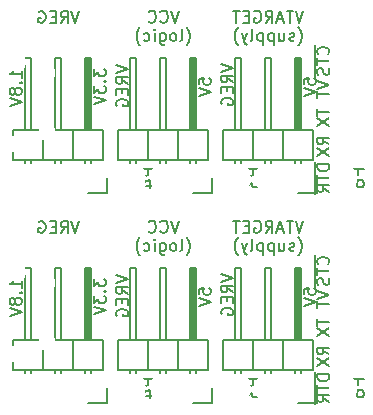
<source format=gbo>
G04 #@! TF.FileFunction,Legend,Bot*
%FSLAX46Y46*%
G04 Gerber Fmt 4.6, Leading zero omitted, Abs format (unit mm)*
G04 Created by KiCad (PCBNEW 4.0.0-stable) date Monday, June 13, 2016 'PMt' 12:16:50 PM*
%MOMM*%
G01*
G04 APERTURE LIST*
%ADD10C,0.100000*%
%ADD11C,0.150000*%
%ADD12R,2.432000X2.127200*%
%ADD13O,2.432000X2.127200*%
%ADD14R,2.127200X2.432000*%
%ADD15O,2.127200X2.432000*%
%ADD16O,1.350000X1.650000*%
%ADD17O,1.950000X1.400000*%
G04 APERTURE END LIST*
D10*
D11*
X15303333Y33834619D02*
X14970000Y32834619D01*
X14636666Y33834619D01*
X13731904Y32929857D02*
X13779523Y32882238D01*
X13922380Y32834619D01*
X14017618Y32834619D01*
X14160476Y32882238D01*
X14255714Y32977476D01*
X14303333Y33072714D01*
X14350952Y33263190D01*
X14350952Y33406048D01*
X14303333Y33596524D01*
X14255714Y33691762D01*
X14160476Y33787000D01*
X14017618Y33834619D01*
X13922380Y33834619D01*
X13779523Y33787000D01*
X13731904Y33739381D01*
X12731904Y32929857D02*
X12779523Y32882238D01*
X12922380Y32834619D01*
X13017618Y32834619D01*
X13160476Y32882238D01*
X13255714Y32977476D01*
X13303333Y33072714D01*
X13350952Y33263190D01*
X13350952Y33406048D01*
X13303333Y33596524D01*
X13255714Y33691762D01*
X13160476Y33787000D01*
X13017618Y33834619D01*
X12922380Y33834619D01*
X12779523Y33787000D01*
X12731904Y33739381D01*
X15946190Y30903667D02*
X15993810Y30951286D01*
X16089048Y31094143D01*
X16136667Y31189381D01*
X16184286Y31332238D01*
X16231905Y31570333D01*
X16231905Y31760810D01*
X16184286Y31998905D01*
X16136667Y32141762D01*
X16089048Y32237000D01*
X15993810Y32379857D01*
X15946190Y32427476D01*
X15422381Y31284619D02*
X15517619Y31332238D01*
X15565238Y31427476D01*
X15565238Y32284619D01*
X14898571Y31284619D02*
X14993809Y31332238D01*
X15041428Y31379857D01*
X15089047Y31475095D01*
X15089047Y31760810D01*
X15041428Y31856048D01*
X14993809Y31903667D01*
X14898571Y31951286D01*
X14755713Y31951286D01*
X14660475Y31903667D01*
X14612856Y31856048D01*
X14565237Y31760810D01*
X14565237Y31475095D01*
X14612856Y31379857D01*
X14660475Y31332238D01*
X14755713Y31284619D01*
X14898571Y31284619D01*
X13708094Y31951286D02*
X13708094Y31141762D01*
X13755713Y31046524D01*
X13803332Y30998905D01*
X13898571Y30951286D01*
X14041428Y30951286D01*
X14136666Y30998905D01*
X13708094Y31332238D02*
X13803332Y31284619D01*
X13993809Y31284619D01*
X14089047Y31332238D01*
X14136666Y31379857D01*
X14184285Y31475095D01*
X14184285Y31760810D01*
X14136666Y31856048D01*
X14089047Y31903667D01*
X13993809Y31951286D01*
X13803332Y31951286D01*
X13708094Y31903667D01*
X13231904Y31284619D02*
X13231904Y31951286D01*
X13231904Y32284619D02*
X13279523Y32237000D01*
X13231904Y32189381D01*
X13184285Y32237000D01*
X13231904Y32284619D01*
X13231904Y32189381D01*
X12327142Y31332238D02*
X12422380Y31284619D01*
X12612857Y31284619D01*
X12708095Y31332238D01*
X12755714Y31379857D01*
X12803333Y31475095D01*
X12803333Y31760810D01*
X12755714Y31856048D01*
X12708095Y31903667D01*
X12612857Y31951286D01*
X12422380Y31951286D01*
X12327142Y31903667D01*
X11993809Y30903667D02*
X11946190Y30951286D01*
X11850952Y31094143D01*
X11803333Y31189381D01*
X11755714Y31332238D01*
X11708095Y31570333D01*
X11708095Y31760810D01*
X11755714Y31998905D01*
X11803333Y32141762D01*
X11850952Y32237000D01*
X11946190Y32379857D01*
X11993809Y32427476D01*
X6865714Y33821619D02*
X6532381Y32821619D01*
X6199047Y33821619D01*
X5294285Y32821619D02*
X5627619Y33297810D01*
X5865714Y32821619D02*
X5865714Y33821619D01*
X5484761Y33821619D01*
X5389523Y33774000D01*
X5341904Y33726381D01*
X5294285Y33631143D01*
X5294285Y33488286D01*
X5341904Y33393048D01*
X5389523Y33345429D01*
X5484761Y33297810D01*
X5865714Y33297810D01*
X4865714Y33345429D02*
X4532380Y33345429D01*
X4389523Y32821619D02*
X4865714Y32821619D01*
X4865714Y33821619D01*
X4389523Y33821619D01*
X3437142Y33774000D02*
X3532380Y33821619D01*
X3675237Y33821619D01*
X3818095Y33774000D01*
X3913333Y33678762D01*
X3960952Y33583524D01*
X4008571Y33393048D01*
X4008571Y33250190D01*
X3960952Y33059714D01*
X3913333Y32964476D01*
X3818095Y32869238D01*
X3675237Y32821619D01*
X3579999Y32821619D01*
X3437142Y32869238D01*
X3389523Y32916857D01*
X3389523Y33250190D01*
X3579999Y33250190D01*
X9993381Y29217714D02*
X10993381Y28884381D01*
X9993381Y28551047D01*
X10993381Y27646285D02*
X10517190Y27979619D01*
X10993381Y28217714D02*
X9993381Y28217714D01*
X9993381Y27836761D01*
X10041000Y27741523D01*
X10088619Y27693904D01*
X10183857Y27646285D01*
X10326714Y27646285D01*
X10421952Y27693904D01*
X10469571Y27741523D01*
X10517190Y27836761D01*
X10517190Y28217714D01*
X10469571Y27217714D02*
X10469571Y26884380D01*
X10993381Y26741523D02*
X10993381Y27217714D01*
X9993381Y27217714D01*
X9993381Y26741523D01*
X10041000Y25789142D02*
X9993381Y25884380D01*
X9993381Y26027237D01*
X10041000Y26170095D01*
X10136238Y26265333D01*
X10231476Y26312952D01*
X10421952Y26360571D01*
X10564810Y26360571D01*
X10755286Y26312952D01*
X10850524Y26265333D01*
X10945762Y26170095D01*
X10993381Y26027237D01*
X10993381Y25931999D01*
X10945762Y25789142D01*
X10898143Y25741523D01*
X10564810Y25741523D01*
X10564810Y25931999D01*
X8088381Y28908190D02*
X8088381Y28289142D01*
X8469333Y28622476D01*
X8469333Y28479618D01*
X8516952Y28384380D01*
X8564571Y28336761D01*
X8659810Y28289142D01*
X8897905Y28289142D01*
X8993143Y28336761D01*
X9040762Y28384380D01*
X9088381Y28479618D01*
X9088381Y28765333D01*
X9040762Y28860571D01*
X8993143Y28908190D01*
X8993143Y27860571D02*
X9040762Y27812952D01*
X9088381Y27860571D01*
X9040762Y27908190D01*
X8993143Y27860571D01*
X9088381Y27860571D01*
X8088381Y27479619D02*
X8088381Y26860571D01*
X8469333Y27193905D01*
X8469333Y27051047D01*
X8516952Y26955809D01*
X8564571Y26908190D01*
X8659810Y26860571D01*
X8897905Y26860571D01*
X8993143Y26908190D01*
X9040762Y26955809D01*
X9088381Y27051047D01*
X9088381Y27336762D01*
X9040762Y27432000D01*
X8993143Y27479619D01*
X8088381Y26574857D02*
X9088381Y26241524D01*
X8088381Y25908190D01*
X1976381Y28162142D02*
X1976381Y28733571D01*
X1976381Y28447857D02*
X976381Y28447857D01*
X1119238Y28543095D01*
X1214476Y28638333D01*
X1262095Y28733571D01*
X1881143Y27733571D02*
X1928762Y27685952D01*
X1976381Y27733571D01*
X1928762Y27781190D01*
X1881143Y27733571D01*
X1976381Y27733571D01*
X1404952Y27114524D02*
X1357333Y27209762D01*
X1309714Y27257381D01*
X1214476Y27305000D01*
X1166857Y27305000D01*
X1071619Y27257381D01*
X1024000Y27209762D01*
X976381Y27114524D01*
X976381Y26924047D01*
X1024000Y26828809D01*
X1071619Y26781190D01*
X1166857Y26733571D01*
X1214476Y26733571D01*
X1309714Y26781190D01*
X1357333Y26828809D01*
X1404952Y26924047D01*
X1404952Y27114524D01*
X1452571Y27209762D01*
X1500190Y27257381D01*
X1595429Y27305000D01*
X1785905Y27305000D01*
X1881143Y27257381D01*
X1928762Y27209762D01*
X1976381Y27114524D01*
X1976381Y26924047D01*
X1928762Y26828809D01*
X1881143Y26781190D01*
X1785905Y26733571D01*
X1595429Y26733571D01*
X1500190Y26781190D01*
X1452571Y26828809D01*
X1404952Y26924047D01*
X976381Y26447857D02*
X1976381Y26114524D01*
X976381Y25781190D01*
X18883381Y29344714D02*
X19883381Y29011381D01*
X18883381Y28678047D01*
X19883381Y27773285D02*
X19407190Y28106619D01*
X19883381Y28344714D02*
X18883381Y28344714D01*
X18883381Y27963761D01*
X18931000Y27868523D01*
X18978619Y27820904D01*
X19073857Y27773285D01*
X19216714Y27773285D01*
X19311952Y27820904D01*
X19359571Y27868523D01*
X19407190Y27963761D01*
X19407190Y28344714D01*
X19359571Y27344714D02*
X19359571Y27011380D01*
X19883381Y26868523D02*
X19883381Y27344714D01*
X18883381Y27344714D01*
X18883381Y26868523D01*
X18931000Y25916142D02*
X18883381Y26011380D01*
X18883381Y26154237D01*
X18931000Y26297095D01*
X19026238Y26392333D01*
X19121476Y26439952D01*
X19311952Y26487571D01*
X19454810Y26487571D01*
X19645286Y26439952D01*
X19740524Y26392333D01*
X19835762Y26297095D01*
X19883381Y26154237D01*
X19883381Y26058999D01*
X19835762Y25916142D01*
X19788143Y25868523D01*
X19454810Y25868523D01*
X19454810Y26058999D01*
X16978381Y27622476D02*
X16978381Y28098667D01*
X17454571Y28146286D01*
X17406952Y28098667D01*
X17359333Y28003429D01*
X17359333Y27765333D01*
X17406952Y27670095D01*
X17454571Y27622476D01*
X17549810Y27574857D01*
X17787905Y27574857D01*
X17883143Y27622476D01*
X17930762Y27670095D01*
X17978381Y27765333D01*
X17978381Y28003429D01*
X17930762Y28098667D01*
X17883143Y28146286D01*
X16978381Y27289143D02*
X17978381Y26955810D01*
X16978381Y26622476D01*
X25836191Y33834619D02*
X25502858Y32834619D01*
X25169524Y33834619D01*
X24979048Y33834619D02*
X24407619Y33834619D01*
X24693334Y32834619D02*
X24693334Y33834619D01*
X24121905Y33120333D02*
X23645714Y33120333D01*
X24217143Y32834619D02*
X23883810Y33834619D01*
X23550476Y32834619D01*
X22645714Y32834619D02*
X22979048Y33310810D01*
X23217143Y32834619D02*
X23217143Y33834619D01*
X22836190Y33834619D01*
X22740952Y33787000D01*
X22693333Y33739381D01*
X22645714Y33644143D01*
X22645714Y33501286D01*
X22693333Y33406048D01*
X22740952Y33358429D01*
X22836190Y33310810D01*
X23217143Y33310810D01*
X21693333Y33787000D02*
X21788571Y33834619D01*
X21931428Y33834619D01*
X22074286Y33787000D01*
X22169524Y33691762D01*
X22217143Y33596524D01*
X22264762Y33406048D01*
X22264762Y33263190D01*
X22217143Y33072714D01*
X22169524Y32977476D01*
X22074286Y32882238D01*
X21931428Y32834619D01*
X21836190Y32834619D01*
X21693333Y32882238D01*
X21645714Y32929857D01*
X21645714Y33263190D01*
X21836190Y33263190D01*
X21217143Y33358429D02*
X20883809Y33358429D01*
X20740952Y32834619D02*
X21217143Y32834619D01*
X21217143Y33834619D01*
X20740952Y33834619D01*
X20455238Y33834619D02*
X19883809Y33834619D01*
X20169524Y32834619D02*
X20169524Y33834619D01*
X25407619Y30903667D02*
X25455239Y30951286D01*
X25550477Y31094143D01*
X25598096Y31189381D01*
X25645715Y31332238D01*
X25693334Y31570333D01*
X25693334Y31760810D01*
X25645715Y31998905D01*
X25598096Y32141762D01*
X25550477Y32237000D01*
X25455239Y32379857D01*
X25407619Y32427476D01*
X25074286Y31332238D02*
X24979048Y31284619D01*
X24788572Y31284619D01*
X24693333Y31332238D01*
X24645714Y31427476D01*
X24645714Y31475095D01*
X24693333Y31570333D01*
X24788572Y31617952D01*
X24931429Y31617952D01*
X25026667Y31665571D01*
X25074286Y31760810D01*
X25074286Y31808429D01*
X25026667Y31903667D01*
X24931429Y31951286D01*
X24788572Y31951286D01*
X24693333Y31903667D01*
X23788571Y31951286D02*
X23788571Y31284619D01*
X24217143Y31951286D02*
X24217143Y31427476D01*
X24169524Y31332238D01*
X24074286Y31284619D01*
X23931428Y31284619D01*
X23836190Y31332238D01*
X23788571Y31379857D01*
X23312381Y31951286D02*
X23312381Y30951286D01*
X23312381Y31903667D02*
X23217143Y31951286D01*
X23026666Y31951286D01*
X22931428Y31903667D01*
X22883809Y31856048D01*
X22836190Y31760810D01*
X22836190Y31475095D01*
X22883809Y31379857D01*
X22931428Y31332238D01*
X23026666Y31284619D01*
X23217143Y31284619D01*
X23312381Y31332238D01*
X22407619Y31951286D02*
X22407619Y30951286D01*
X22407619Y31903667D02*
X22312381Y31951286D01*
X22121904Y31951286D01*
X22026666Y31903667D01*
X21979047Y31856048D01*
X21931428Y31760810D01*
X21931428Y31475095D01*
X21979047Y31379857D01*
X22026666Y31332238D01*
X22121904Y31284619D01*
X22312381Y31284619D01*
X22407619Y31332238D01*
X21360000Y31284619D02*
X21455238Y31332238D01*
X21502857Y31427476D01*
X21502857Y32284619D01*
X21074285Y31951286D02*
X20836190Y31284619D01*
X20598094Y31951286D02*
X20836190Y31284619D01*
X20931428Y31046524D01*
X20979047Y30998905D01*
X21074285Y30951286D01*
X20312380Y30903667D02*
X20264761Y30951286D01*
X20169523Y31094143D01*
X20121904Y31189381D01*
X20074285Y31332238D01*
X20026666Y31570333D01*
X20026666Y31760810D01*
X20074285Y31998905D01*
X20121904Y32141762D01*
X20169523Y32237000D01*
X20264761Y32379857D01*
X20312380Y32427476D01*
X28011381Y20827857D02*
X27011381Y20827857D01*
X27011381Y20589762D01*
X27059000Y20446904D01*
X27154238Y20351666D01*
X27249476Y20304047D01*
X27439952Y20256428D01*
X27582810Y20256428D01*
X27773286Y20304047D01*
X27868524Y20351666D01*
X27963762Y20446904D01*
X28011381Y20589762D01*
X28011381Y20827857D01*
X27011381Y19970714D02*
X27011381Y19399285D01*
X28011381Y19685000D02*
X27011381Y19685000D01*
X28011381Y18494523D02*
X27535190Y18827857D01*
X28011381Y19065952D02*
X27011381Y19065952D01*
X27011381Y18684999D01*
X27059000Y18589761D01*
X27106619Y18542142D01*
X27201857Y18494523D01*
X27344714Y18494523D01*
X27439952Y18542142D01*
X27487571Y18589761D01*
X27535190Y18684999D01*
X27535190Y19065952D01*
X26839000Y21065952D02*
X26839000Y18304047D01*
X27011381Y27892286D02*
X28011381Y27558953D01*
X27011381Y27225619D01*
X27011381Y27035143D02*
X27011381Y26463714D01*
X28011381Y26749429D02*
X27011381Y26749429D01*
X27916143Y30138619D02*
X27963762Y30186238D01*
X28011381Y30329095D01*
X28011381Y30424333D01*
X27963762Y30567191D01*
X27868524Y30662429D01*
X27773286Y30710048D01*
X27582810Y30757667D01*
X27439952Y30757667D01*
X27249476Y30710048D01*
X27154238Y30662429D01*
X27059000Y30567191D01*
X27011381Y30424333D01*
X27011381Y30329095D01*
X27059000Y30186238D01*
X27106619Y30138619D01*
X27011381Y29852905D02*
X27011381Y29281476D01*
X28011381Y29567191D02*
X27011381Y29567191D01*
X27963762Y28995762D02*
X28011381Y28852905D01*
X28011381Y28614809D01*
X27963762Y28519571D01*
X27916143Y28471952D01*
X27820905Y28424333D01*
X27725667Y28424333D01*
X27630429Y28471952D01*
X27582810Y28519571D01*
X27535190Y28614809D01*
X27487571Y28805286D01*
X27439952Y28900524D01*
X27392333Y28948143D01*
X27297095Y28995762D01*
X27201857Y28995762D01*
X27106619Y28948143D01*
X27059000Y28900524D01*
X27011381Y28805286D01*
X27011381Y28567190D01*
X27059000Y28424333D01*
X26839000Y30948143D02*
X26839000Y28233857D01*
X25868381Y27622476D02*
X25868381Y28098667D01*
X26344571Y28146286D01*
X26296952Y28098667D01*
X26249333Y28003429D01*
X26249333Y27765333D01*
X26296952Y27670095D01*
X26344571Y27622476D01*
X26439810Y27574857D01*
X26677905Y27574857D01*
X26773143Y27622476D01*
X26820762Y27670095D01*
X26868381Y27765333D01*
X26868381Y28003429D01*
X26820762Y28098667D01*
X26773143Y28146286D01*
X25868381Y27289143D02*
X26868381Y26955810D01*
X25868381Y26622476D01*
X27011381Y25526905D02*
X27011381Y24955476D01*
X28011381Y25241191D02*
X27011381Y25241191D01*
X27011381Y24717381D02*
X28011381Y24050714D01*
X27011381Y24050714D02*
X28011381Y24717381D01*
X28011381Y22518666D02*
X27535190Y22852000D01*
X28011381Y23090095D02*
X27011381Y23090095D01*
X27011381Y22709142D01*
X27059000Y22613904D01*
X27106619Y22566285D01*
X27201857Y22518666D01*
X27344714Y22518666D01*
X27439952Y22566285D01*
X27487571Y22613904D01*
X27535190Y22709142D01*
X27535190Y23090095D01*
X27011381Y22185333D02*
X28011381Y21518666D01*
X27011381Y21518666D02*
X28011381Y22185333D01*
X27916143Y12358619D02*
X27963762Y12406238D01*
X28011381Y12549095D01*
X28011381Y12644333D01*
X27963762Y12787191D01*
X27868524Y12882429D01*
X27773286Y12930048D01*
X27582810Y12977667D01*
X27439952Y12977667D01*
X27249476Y12930048D01*
X27154238Y12882429D01*
X27059000Y12787191D01*
X27011381Y12644333D01*
X27011381Y12549095D01*
X27059000Y12406238D01*
X27106619Y12358619D01*
X27011381Y12072905D02*
X27011381Y11501476D01*
X28011381Y11787191D02*
X27011381Y11787191D01*
X27963762Y11215762D02*
X28011381Y11072905D01*
X28011381Y10834809D01*
X27963762Y10739571D01*
X27916143Y10691952D01*
X27820905Y10644333D01*
X27725667Y10644333D01*
X27630429Y10691952D01*
X27582810Y10739571D01*
X27535190Y10834809D01*
X27487571Y11025286D01*
X27439952Y11120524D01*
X27392333Y11168143D01*
X27297095Y11215762D01*
X27201857Y11215762D01*
X27106619Y11168143D01*
X27059000Y11120524D01*
X27011381Y11025286D01*
X27011381Y10787190D01*
X27059000Y10644333D01*
X26839000Y13168143D02*
X26839000Y10453857D01*
X27011381Y10112286D02*
X28011381Y9778953D01*
X27011381Y9445619D01*
X27011381Y9255143D02*
X27011381Y8683714D01*
X28011381Y8969429D02*
X27011381Y8969429D01*
X27011381Y7746905D02*
X27011381Y7175476D01*
X28011381Y7461191D02*
X27011381Y7461191D01*
X27011381Y6937381D02*
X28011381Y6270714D01*
X27011381Y6270714D02*
X28011381Y6937381D01*
X28011381Y4738666D02*
X27535190Y5072000D01*
X28011381Y5310095D02*
X27011381Y5310095D01*
X27011381Y4929142D01*
X27059000Y4833904D01*
X27106619Y4786285D01*
X27201857Y4738666D01*
X27344714Y4738666D01*
X27439952Y4786285D01*
X27487571Y4833904D01*
X27535190Y4929142D01*
X27535190Y5310095D01*
X27011381Y4405333D02*
X28011381Y3738666D01*
X27011381Y3738666D02*
X28011381Y4405333D01*
X28011381Y3047857D02*
X27011381Y3047857D01*
X27011381Y2809762D01*
X27059000Y2666904D01*
X27154238Y2571666D01*
X27249476Y2524047D01*
X27439952Y2476428D01*
X27582810Y2476428D01*
X27773286Y2524047D01*
X27868524Y2571666D01*
X27963762Y2666904D01*
X28011381Y2809762D01*
X28011381Y3047857D01*
X27011381Y2190714D02*
X27011381Y1619285D01*
X28011381Y1905000D02*
X27011381Y1905000D01*
X28011381Y714523D02*
X27535190Y1047857D01*
X28011381Y1285952D02*
X27011381Y1285952D01*
X27011381Y904999D01*
X27059000Y809761D01*
X27106619Y762142D01*
X27201857Y714523D01*
X27344714Y714523D01*
X27439952Y762142D01*
X27487571Y809761D01*
X27535190Y904999D01*
X27535190Y1285952D01*
X26839000Y3285952D02*
X26839000Y524047D01*
X25868381Y9842476D02*
X25868381Y10318667D01*
X26344571Y10366286D01*
X26296952Y10318667D01*
X26249333Y10223429D01*
X26249333Y9985333D01*
X26296952Y9890095D01*
X26344571Y9842476D01*
X26439810Y9794857D01*
X26677905Y9794857D01*
X26773143Y9842476D01*
X26820762Y9890095D01*
X26868381Y9985333D01*
X26868381Y10223429D01*
X26820762Y10318667D01*
X26773143Y10366286D01*
X25868381Y9509143D02*
X26868381Y9175810D01*
X25868381Y8842476D01*
X18883381Y11564714D02*
X19883381Y11231381D01*
X18883381Y10898047D01*
X19883381Y9993285D02*
X19407190Y10326619D01*
X19883381Y10564714D02*
X18883381Y10564714D01*
X18883381Y10183761D01*
X18931000Y10088523D01*
X18978619Y10040904D01*
X19073857Y9993285D01*
X19216714Y9993285D01*
X19311952Y10040904D01*
X19359571Y10088523D01*
X19407190Y10183761D01*
X19407190Y10564714D01*
X19359571Y9564714D02*
X19359571Y9231380D01*
X19883381Y9088523D02*
X19883381Y9564714D01*
X18883381Y9564714D01*
X18883381Y9088523D01*
X18931000Y8136142D02*
X18883381Y8231380D01*
X18883381Y8374237D01*
X18931000Y8517095D01*
X19026238Y8612333D01*
X19121476Y8659952D01*
X19311952Y8707571D01*
X19454810Y8707571D01*
X19645286Y8659952D01*
X19740524Y8612333D01*
X19835762Y8517095D01*
X19883381Y8374237D01*
X19883381Y8278999D01*
X19835762Y8136142D01*
X19788143Y8088523D01*
X19454810Y8088523D01*
X19454810Y8278999D01*
X16978381Y9842476D02*
X16978381Y10318667D01*
X17454571Y10366286D01*
X17406952Y10318667D01*
X17359333Y10223429D01*
X17359333Y9985333D01*
X17406952Y9890095D01*
X17454571Y9842476D01*
X17549810Y9794857D01*
X17787905Y9794857D01*
X17883143Y9842476D01*
X17930762Y9890095D01*
X17978381Y9985333D01*
X17978381Y10223429D01*
X17930762Y10318667D01*
X17883143Y10366286D01*
X16978381Y9509143D02*
X17978381Y9175810D01*
X16978381Y8842476D01*
X9993381Y11437714D02*
X10993381Y11104381D01*
X9993381Y10771047D01*
X10993381Y9866285D02*
X10517190Y10199619D01*
X10993381Y10437714D02*
X9993381Y10437714D01*
X9993381Y10056761D01*
X10041000Y9961523D01*
X10088619Y9913904D01*
X10183857Y9866285D01*
X10326714Y9866285D01*
X10421952Y9913904D01*
X10469571Y9961523D01*
X10517190Y10056761D01*
X10517190Y10437714D01*
X10469571Y9437714D02*
X10469571Y9104380D01*
X10993381Y8961523D02*
X10993381Y9437714D01*
X9993381Y9437714D01*
X9993381Y8961523D01*
X10041000Y8009142D02*
X9993381Y8104380D01*
X9993381Y8247237D01*
X10041000Y8390095D01*
X10136238Y8485333D01*
X10231476Y8532952D01*
X10421952Y8580571D01*
X10564810Y8580571D01*
X10755286Y8532952D01*
X10850524Y8485333D01*
X10945762Y8390095D01*
X10993381Y8247237D01*
X10993381Y8151999D01*
X10945762Y8009142D01*
X10898143Y7961523D01*
X10564810Y7961523D01*
X10564810Y8151999D01*
X8088381Y11128190D02*
X8088381Y10509142D01*
X8469333Y10842476D01*
X8469333Y10699618D01*
X8516952Y10604380D01*
X8564571Y10556761D01*
X8659810Y10509142D01*
X8897905Y10509142D01*
X8993143Y10556761D01*
X9040762Y10604380D01*
X9088381Y10699618D01*
X9088381Y10985333D01*
X9040762Y11080571D01*
X8993143Y11128190D01*
X8993143Y10080571D02*
X9040762Y10032952D01*
X9088381Y10080571D01*
X9040762Y10128190D01*
X8993143Y10080571D01*
X9088381Y10080571D01*
X8088381Y9699619D02*
X8088381Y9080571D01*
X8469333Y9413905D01*
X8469333Y9271047D01*
X8516952Y9175809D01*
X8564571Y9128190D01*
X8659810Y9080571D01*
X8897905Y9080571D01*
X8993143Y9128190D01*
X9040762Y9175809D01*
X9088381Y9271047D01*
X9088381Y9556762D01*
X9040762Y9652000D01*
X8993143Y9699619D01*
X8088381Y8794857D02*
X9088381Y8461524D01*
X8088381Y8128190D01*
X1976381Y10382142D02*
X1976381Y10953571D01*
X1976381Y10667857D02*
X976381Y10667857D01*
X1119238Y10763095D01*
X1214476Y10858333D01*
X1262095Y10953571D01*
X1881143Y9953571D02*
X1928762Y9905952D01*
X1976381Y9953571D01*
X1928762Y10001190D01*
X1881143Y9953571D01*
X1976381Y9953571D01*
X1404952Y9334524D02*
X1357333Y9429762D01*
X1309714Y9477381D01*
X1214476Y9525000D01*
X1166857Y9525000D01*
X1071619Y9477381D01*
X1024000Y9429762D01*
X976381Y9334524D01*
X976381Y9144047D01*
X1024000Y9048809D01*
X1071619Y9001190D01*
X1166857Y8953571D01*
X1214476Y8953571D01*
X1309714Y9001190D01*
X1357333Y9048809D01*
X1404952Y9144047D01*
X1404952Y9334524D01*
X1452571Y9429762D01*
X1500190Y9477381D01*
X1595429Y9525000D01*
X1785905Y9525000D01*
X1881143Y9477381D01*
X1928762Y9429762D01*
X1976381Y9334524D01*
X1976381Y9144047D01*
X1928762Y9048809D01*
X1881143Y9001190D01*
X1785905Y8953571D01*
X1595429Y8953571D01*
X1500190Y9001190D01*
X1452571Y9048809D01*
X1404952Y9144047D01*
X976381Y8667857D02*
X1976381Y8334524D01*
X976381Y8001190D01*
X6865714Y16041619D02*
X6532381Y15041619D01*
X6199047Y16041619D01*
X5294285Y15041619D02*
X5627619Y15517810D01*
X5865714Y15041619D02*
X5865714Y16041619D01*
X5484761Y16041619D01*
X5389523Y15994000D01*
X5341904Y15946381D01*
X5294285Y15851143D01*
X5294285Y15708286D01*
X5341904Y15613048D01*
X5389523Y15565429D01*
X5484761Y15517810D01*
X5865714Y15517810D01*
X4865714Y15565429D02*
X4532380Y15565429D01*
X4389523Y15041619D02*
X4865714Y15041619D01*
X4865714Y16041619D01*
X4389523Y16041619D01*
X3437142Y15994000D02*
X3532380Y16041619D01*
X3675237Y16041619D01*
X3818095Y15994000D01*
X3913333Y15898762D01*
X3960952Y15803524D01*
X4008571Y15613048D01*
X4008571Y15470190D01*
X3960952Y15279714D01*
X3913333Y15184476D01*
X3818095Y15089238D01*
X3675237Y15041619D01*
X3579999Y15041619D01*
X3437142Y15089238D01*
X3389523Y15136857D01*
X3389523Y15470190D01*
X3579999Y15470190D01*
X15303333Y16054619D02*
X14970000Y15054619D01*
X14636666Y16054619D01*
X13731904Y15149857D02*
X13779523Y15102238D01*
X13922380Y15054619D01*
X14017618Y15054619D01*
X14160476Y15102238D01*
X14255714Y15197476D01*
X14303333Y15292714D01*
X14350952Y15483190D01*
X14350952Y15626048D01*
X14303333Y15816524D01*
X14255714Y15911762D01*
X14160476Y16007000D01*
X14017618Y16054619D01*
X13922380Y16054619D01*
X13779523Y16007000D01*
X13731904Y15959381D01*
X12731904Y15149857D02*
X12779523Y15102238D01*
X12922380Y15054619D01*
X13017618Y15054619D01*
X13160476Y15102238D01*
X13255714Y15197476D01*
X13303333Y15292714D01*
X13350952Y15483190D01*
X13350952Y15626048D01*
X13303333Y15816524D01*
X13255714Y15911762D01*
X13160476Y16007000D01*
X13017618Y16054619D01*
X12922380Y16054619D01*
X12779523Y16007000D01*
X12731904Y15959381D01*
X15946190Y13123667D02*
X15993810Y13171286D01*
X16089048Y13314143D01*
X16136667Y13409381D01*
X16184286Y13552238D01*
X16231905Y13790333D01*
X16231905Y13980810D01*
X16184286Y14218905D01*
X16136667Y14361762D01*
X16089048Y14457000D01*
X15993810Y14599857D01*
X15946190Y14647476D01*
X15422381Y13504619D02*
X15517619Y13552238D01*
X15565238Y13647476D01*
X15565238Y14504619D01*
X14898571Y13504619D02*
X14993809Y13552238D01*
X15041428Y13599857D01*
X15089047Y13695095D01*
X15089047Y13980810D01*
X15041428Y14076048D01*
X14993809Y14123667D01*
X14898571Y14171286D01*
X14755713Y14171286D01*
X14660475Y14123667D01*
X14612856Y14076048D01*
X14565237Y13980810D01*
X14565237Y13695095D01*
X14612856Y13599857D01*
X14660475Y13552238D01*
X14755713Y13504619D01*
X14898571Y13504619D01*
X13708094Y14171286D02*
X13708094Y13361762D01*
X13755713Y13266524D01*
X13803332Y13218905D01*
X13898571Y13171286D01*
X14041428Y13171286D01*
X14136666Y13218905D01*
X13708094Y13552238D02*
X13803332Y13504619D01*
X13993809Y13504619D01*
X14089047Y13552238D01*
X14136666Y13599857D01*
X14184285Y13695095D01*
X14184285Y13980810D01*
X14136666Y14076048D01*
X14089047Y14123667D01*
X13993809Y14171286D01*
X13803332Y14171286D01*
X13708094Y14123667D01*
X13231904Y13504619D02*
X13231904Y14171286D01*
X13231904Y14504619D02*
X13279523Y14457000D01*
X13231904Y14409381D01*
X13184285Y14457000D01*
X13231904Y14504619D01*
X13231904Y14409381D01*
X12327142Y13552238D02*
X12422380Y13504619D01*
X12612857Y13504619D01*
X12708095Y13552238D01*
X12755714Y13599857D01*
X12803333Y13695095D01*
X12803333Y13980810D01*
X12755714Y14076048D01*
X12708095Y14123667D01*
X12612857Y14171286D01*
X12422380Y14171286D01*
X12327142Y14123667D01*
X11993809Y13123667D02*
X11946190Y13171286D01*
X11850952Y13314143D01*
X11803333Y13409381D01*
X11755714Y13552238D01*
X11708095Y13790333D01*
X11708095Y13980810D01*
X11755714Y14218905D01*
X11803333Y14361762D01*
X11850952Y14457000D01*
X11946190Y14599857D01*
X11993809Y14647476D01*
X25836191Y16054619D02*
X25502858Y15054619D01*
X25169524Y16054619D01*
X24979048Y16054619D02*
X24407619Y16054619D01*
X24693334Y15054619D02*
X24693334Y16054619D01*
X24121905Y15340333D02*
X23645714Y15340333D01*
X24217143Y15054619D02*
X23883810Y16054619D01*
X23550476Y15054619D01*
X22645714Y15054619D02*
X22979048Y15530810D01*
X23217143Y15054619D02*
X23217143Y16054619D01*
X22836190Y16054619D01*
X22740952Y16007000D01*
X22693333Y15959381D01*
X22645714Y15864143D01*
X22645714Y15721286D01*
X22693333Y15626048D01*
X22740952Y15578429D01*
X22836190Y15530810D01*
X23217143Y15530810D01*
X21693333Y16007000D02*
X21788571Y16054619D01*
X21931428Y16054619D01*
X22074286Y16007000D01*
X22169524Y15911762D01*
X22217143Y15816524D01*
X22264762Y15626048D01*
X22264762Y15483190D01*
X22217143Y15292714D01*
X22169524Y15197476D01*
X22074286Y15102238D01*
X21931428Y15054619D01*
X21836190Y15054619D01*
X21693333Y15102238D01*
X21645714Y15149857D01*
X21645714Y15483190D01*
X21836190Y15483190D01*
X21217143Y15578429D02*
X20883809Y15578429D01*
X20740952Y15054619D02*
X21217143Y15054619D01*
X21217143Y16054619D01*
X20740952Y16054619D01*
X20455238Y16054619D02*
X19883809Y16054619D01*
X20169524Y15054619D02*
X20169524Y16054619D01*
X25407619Y13123667D02*
X25455239Y13171286D01*
X25550477Y13314143D01*
X25598096Y13409381D01*
X25645715Y13552238D01*
X25693334Y13790333D01*
X25693334Y13980810D01*
X25645715Y14218905D01*
X25598096Y14361762D01*
X25550477Y14457000D01*
X25455239Y14599857D01*
X25407619Y14647476D01*
X25074286Y13552238D02*
X24979048Y13504619D01*
X24788572Y13504619D01*
X24693333Y13552238D01*
X24645714Y13647476D01*
X24645714Y13695095D01*
X24693333Y13790333D01*
X24788572Y13837952D01*
X24931429Y13837952D01*
X25026667Y13885571D01*
X25074286Y13980810D01*
X25074286Y14028429D01*
X25026667Y14123667D01*
X24931429Y14171286D01*
X24788572Y14171286D01*
X24693333Y14123667D01*
X23788571Y14171286D02*
X23788571Y13504619D01*
X24217143Y14171286D02*
X24217143Y13647476D01*
X24169524Y13552238D01*
X24074286Y13504619D01*
X23931428Y13504619D01*
X23836190Y13552238D01*
X23788571Y13599857D01*
X23312381Y14171286D02*
X23312381Y13171286D01*
X23312381Y14123667D02*
X23217143Y14171286D01*
X23026666Y14171286D01*
X22931428Y14123667D01*
X22883809Y14076048D01*
X22836190Y13980810D01*
X22836190Y13695095D01*
X22883809Y13599857D01*
X22931428Y13552238D01*
X23026666Y13504619D01*
X23217143Y13504619D01*
X23312381Y13552238D01*
X22407619Y14171286D02*
X22407619Y13171286D01*
X22407619Y14123667D02*
X22312381Y14171286D01*
X22121904Y14171286D01*
X22026666Y14123667D01*
X21979047Y14076048D01*
X21931428Y13980810D01*
X21931428Y13695095D01*
X21979047Y13599857D01*
X22026666Y13552238D01*
X22121904Y13504619D01*
X22312381Y13504619D01*
X22407619Y13552238D01*
X21360000Y13504619D02*
X21455238Y13552238D01*
X21502857Y13647476D01*
X21502857Y14504619D01*
X21074285Y14171286D02*
X20836190Y13504619D01*
X20598094Y14171286D02*
X20836190Y13504619D01*
X20931428Y13266524D01*
X20979047Y13218905D01*
X21074285Y13171286D01*
X20312380Y13123667D02*
X20264761Y13171286D01*
X20169523Y13314143D01*
X20121904Y13409381D01*
X20074285Y13552238D01*
X20026666Y13790333D01*
X20026666Y13980810D01*
X20074285Y14218905D01*
X20121904Y14361762D01*
X20169523Y14457000D01*
X20264761Y14599857D01*
X20312380Y14647476D01*
X26950000Y18385000D02*
X25400000Y18385000D01*
X26950000Y19685000D02*
X26950000Y18385000D01*
X25527000Y23876000D02*
X25527000Y29718000D01*
X25527000Y29718000D02*
X25273000Y29718000D01*
X25273000Y29718000D02*
X25273000Y23876000D01*
X25273000Y23876000D02*
X25400000Y23876000D01*
X25400000Y23876000D02*
X25400000Y29718000D01*
X25654000Y21209000D02*
X25654000Y20828000D01*
X25146000Y21209000D02*
X25146000Y20828000D01*
X23114000Y21209000D02*
X23114000Y20828000D01*
X22606000Y21209000D02*
X22606000Y20828000D01*
X20574000Y21209000D02*
X20574000Y20828000D01*
X20066000Y21209000D02*
X20066000Y20828000D01*
X24130000Y23749000D02*
X26670000Y23749000D01*
X25146000Y29845000D02*
X25146000Y23749000D01*
X25654000Y29845000D02*
X25146000Y29845000D01*
X25654000Y23749000D02*
X25654000Y29845000D01*
X24130000Y21209000D02*
X24130000Y23749000D01*
X26670000Y21209000D02*
X24130000Y21209000D01*
X26670000Y21209000D02*
X26670000Y23749000D01*
X21590000Y21209000D02*
X21590000Y23749000D01*
X21590000Y21209000D02*
X19050000Y21209000D01*
X20574000Y23749000D02*
X20574000Y29845000D01*
X20574000Y29845000D02*
X20066000Y29845000D01*
X20066000Y29845000D02*
X20066000Y23749000D01*
X19050000Y23749000D02*
X21590000Y23749000D01*
X21590000Y23749000D02*
X24130000Y23749000D01*
X22606000Y29845000D02*
X22606000Y23749000D01*
X23114000Y29845000D02*
X22606000Y29845000D01*
X23114000Y23749000D02*
X23114000Y29845000D01*
X21590000Y21209000D02*
X21590000Y23749000D01*
X24130000Y21209000D02*
X21590000Y21209000D01*
X24130000Y21209000D02*
X24130000Y23749000D01*
X19050000Y21209000D02*
X19050000Y23749000D01*
X18060000Y18385000D02*
X16510000Y18385000D01*
X18060000Y19685000D02*
X18060000Y18385000D01*
X16637000Y23876000D02*
X16637000Y29718000D01*
X16637000Y29718000D02*
X16383000Y29718000D01*
X16383000Y29718000D02*
X16383000Y23876000D01*
X16383000Y23876000D02*
X16510000Y23876000D01*
X16510000Y23876000D02*
X16510000Y29718000D01*
X16764000Y21209000D02*
X16764000Y20828000D01*
X16256000Y21209000D02*
X16256000Y20828000D01*
X14224000Y21209000D02*
X14224000Y20828000D01*
X13716000Y21209000D02*
X13716000Y20828000D01*
X11684000Y21209000D02*
X11684000Y20828000D01*
X11176000Y21209000D02*
X11176000Y20828000D01*
X15240000Y23749000D02*
X17780000Y23749000D01*
X16256000Y29845000D02*
X16256000Y23749000D01*
X16764000Y29845000D02*
X16256000Y29845000D01*
X16764000Y23749000D02*
X16764000Y29845000D01*
X15240000Y21209000D02*
X15240000Y23749000D01*
X17780000Y21209000D02*
X15240000Y21209000D01*
X17780000Y21209000D02*
X17780000Y23749000D01*
X12700000Y21209000D02*
X12700000Y23749000D01*
X12700000Y21209000D02*
X10160000Y21209000D01*
X11684000Y23749000D02*
X11684000Y29845000D01*
X11684000Y29845000D02*
X11176000Y29845000D01*
X11176000Y29845000D02*
X11176000Y23749000D01*
X10160000Y23749000D02*
X12700000Y23749000D01*
X12700000Y23749000D02*
X15240000Y23749000D01*
X13716000Y29845000D02*
X13716000Y23749000D01*
X14224000Y29845000D02*
X13716000Y29845000D01*
X14224000Y23749000D02*
X14224000Y29845000D01*
X12700000Y21209000D02*
X12700000Y23749000D01*
X15240000Y21209000D02*
X12700000Y21209000D01*
X15240000Y21209000D02*
X15240000Y23749000D01*
X10160000Y21209000D02*
X10160000Y23749000D01*
X9170000Y18385000D02*
X7620000Y18385000D01*
X9170000Y19685000D02*
X9170000Y18385000D01*
X7747000Y23876000D02*
X7747000Y29718000D01*
X7747000Y29718000D02*
X7493000Y29718000D01*
X7493000Y29718000D02*
X7493000Y23876000D01*
X7493000Y23876000D02*
X7620000Y23876000D01*
X7620000Y23876000D02*
X7620000Y29718000D01*
X7874000Y21209000D02*
X7874000Y20828000D01*
X7366000Y21209000D02*
X7366000Y20828000D01*
X5334000Y21209000D02*
X5334000Y20828000D01*
X4826000Y21209000D02*
X4826000Y20828000D01*
X2794000Y21209000D02*
X2794000Y20828000D01*
X2286000Y21209000D02*
X2286000Y20828000D01*
X6350000Y23749000D02*
X8890000Y23749000D01*
X7366000Y29845000D02*
X7366000Y23749000D01*
X7874000Y29845000D02*
X7366000Y29845000D01*
X7874000Y23749000D02*
X7874000Y29845000D01*
X6350000Y21209000D02*
X6350000Y23749000D01*
X8890000Y21209000D02*
X6350000Y21209000D01*
X8890000Y21209000D02*
X8890000Y23749000D01*
X3810000Y21209000D02*
X3810000Y23749000D01*
X3810000Y21209000D02*
X1270000Y21209000D01*
X2794000Y23749000D02*
X2794000Y29845000D01*
X2794000Y29845000D02*
X2286000Y29845000D01*
X2286000Y29845000D02*
X2286000Y23749000D01*
X1270000Y23749000D02*
X3810000Y23749000D01*
X3810000Y23749000D02*
X6350000Y23749000D01*
X4826000Y29845000D02*
X4826000Y23749000D01*
X5334000Y29845000D02*
X4826000Y29845000D01*
X5334000Y23749000D02*
X5334000Y29845000D01*
X3810000Y21209000D02*
X3810000Y23749000D01*
X6350000Y21209000D02*
X3810000Y21209000D01*
X6350000Y21209000D02*
X6350000Y23749000D01*
X1270000Y21209000D02*
X1270000Y23749000D01*
X18060000Y605000D02*
X16510000Y605000D01*
X18060000Y1905000D02*
X18060000Y605000D01*
X16637000Y6096000D02*
X16637000Y11938000D01*
X16637000Y11938000D02*
X16383000Y11938000D01*
X16383000Y11938000D02*
X16383000Y6096000D01*
X16383000Y6096000D02*
X16510000Y6096000D01*
X16510000Y6096000D02*
X16510000Y11938000D01*
X16764000Y3429000D02*
X16764000Y3048000D01*
X16256000Y3429000D02*
X16256000Y3048000D01*
X14224000Y3429000D02*
X14224000Y3048000D01*
X13716000Y3429000D02*
X13716000Y3048000D01*
X11684000Y3429000D02*
X11684000Y3048000D01*
X11176000Y3429000D02*
X11176000Y3048000D01*
X15240000Y5969000D02*
X17780000Y5969000D01*
X16256000Y12065000D02*
X16256000Y5969000D01*
X16764000Y12065000D02*
X16256000Y12065000D01*
X16764000Y5969000D02*
X16764000Y12065000D01*
X15240000Y3429000D02*
X15240000Y5969000D01*
X17780000Y3429000D02*
X15240000Y3429000D01*
X17780000Y3429000D02*
X17780000Y5969000D01*
X12700000Y3429000D02*
X12700000Y5969000D01*
X12700000Y3429000D02*
X10160000Y3429000D01*
X11684000Y5969000D02*
X11684000Y12065000D01*
X11684000Y12065000D02*
X11176000Y12065000D01*
X11176000Y12065000D02*
X11176000Y5969000D01*
X10160000Y5969000D02*
X12700000Y5969000D01*
X12700000Y5969000D02*
X15240000Y5969000D01*
X13716000Y12065000D02*
X13716000Y5969000D01*
X14224000Y12065000D02*
X13716000Y12065000D01*
X14224000Y5969000D02*
X14224000Y12065000D01*
X12700000Y3429000D02*
X12700000Y5969000D01*
X15240000Y3429000D02*
X12700000Y3429000D01*
X15240000Y3429000D02*
X15240000Y5969000D01*
X10160000Y3429000D02*
X10160000Y5969000D01*
X9170000Y605000D02*
X7620000Y605000D01*
X9170000Y1905000D02*
X9170000Y605000D01*
X7747000Y6096000D02*
X7747000Y11938000D01*
X7747000Y11938000D02*
X7493000Y11938000D01*
X7493000Y11938000D02*
X7493000Y6096000D01*
X7493000Y6096000D02*
X7620000Y6096000D01*
X7620000Y6096000D02*
X7620000Y11938000D01*
X7874000Y3429000D02*
X7874000Y3048000D01*
X7366000Y3429000D02*
X7366000Y3048000D01*
X5334000Y3429000D02*
X5334000Y3048000D01*
X4826000Y3429000D02*
X4826000Y3048000D01*
X2794000Y3429000D02*
X2794000Y3048000D01*
X2286000Y3429000D02*
X2286000Y3048000D01*
X6350000Y5969000D02*
X8890000Y5969000D01*
X7366000Y12065000D02*
X7366000Y5969000D01*
X7874000Y12065000D02*
X7366000Y12065000D01*
X7874000Y5969000D02*
X7874000Y12065000D01*
X6350000Y3429000D02*
X6350000Y5969000D01*
X8890000Y3429000D02*
X6350000Y3429000D01*
X8890000Y3429000D02*
X8890000Y5969000D01*
X3810000Y3429000D02*
X3810000Y5969000D01*
X3810000Y3429000D02*
X1270000Y3429000D01*
X2794000Y5969000D02*
X2794000Y12065000D01*
X2794000Y12065000D02*
X2286000Y12065000D01*
X2286000Y12065000D02*
X2286000Y5969000D01*
X1270000Y5969000D02*
X3810000Y5969000D01*
X3810000Y5969000D02*
X6350000Y5969000D01*
X4826000Y12065000D02*
X4826000Y5969000D01*
X5334000Y12065000D02*
X4826000Y12065000D01*
X5334000Y5969000D02*
X5334000Y12065000D01*
X3810000Y3429000D02*
X3810000Y5969000D01*
X6350000Y3429000D02*
X3810000Y3429000D01*
X6350000Y3429000D02*
X6350000Y5969000D01*
X1270000Y3429000D02*
X1270000Y5969000D01*
X26950000Y605000D02*
X25400000Y605000D01*
X26950000Y1905000D02*
X26950000Y605000D01*
X25527000Y6096000D02*
X25527000Y11938000D01*
X25527000Y11938000D02*
X25273000Y11938000D01*
X25273000Y11938000D02*
X25273000Y6096000D01*
X25273000Y6096000D02*
X25400000Y6096000D01*
X25400000Y6096000D02*
X25400000Y11938000D01*
X25654000Y3429000D02*
X25654000Y3048000D01*
X25146000Y3429000D02*
X25146000Y3048000D01*
X23114000Y3429000D02*
X23114000Y3048000D01*
X22606000Y3429000D02*
X22606000Y3048000D01*
X20574000Y3429000D02*
X20574000Y3048000D01*
X20066000Y3429000D02*
X20066000Y3048000D01*
X24130000Y5969000D02*
X26670000Y5969000D01*
X25146000Y12065000D02*
X25146000Y5969000D01*
X25654000Y12065000D02*
X25146000Y12065000D01*
X25654000Y5969000D02*
X25654000Y12065000D01*
X24130000Y3429000D02*
X24130000Y5969000D01*
X26670000Y3429000D02*
X24130000Y3429000D01*
X26670000Y3429000D02*
X26670000Y5969000D01*
X21590000Y3429000D02*
X21590000Y5969000D01*
X21590000Y3429000D02*
X19050000Y3429000D01*
X20574000Y5969000D02*
X20574000Y12065000D01*
X20574000Y12065000D02*
X20066000Y12065000D01*
X20066000Y12065000D02*
X20066000Y5969000D01*
X19050000Y5969000D02*
X21590000Y5969000D01*
X21590000Y5969000D02*
X24130000Y5969000D01*
X22606000Y12065000D02*
X22606000Y5969000D01*
X23114000Y12065000D02*
X22606000Y12065000D01*
X23114000Y5969000D02*
X23114000Y12065000D01*
X21590000Y3429000D02*
X21590000Y5969000D01*
X24130000Y3429000D02*
X21590000Y3429000D01*
X24130000Y3429000D02*
X24130000Y5969000D01*
X19050000Y3429000D02*
X19050000Y5969000D01*
X30952381Y20423095D02*
X29952381Y20423095D01*
X29952381Y20042142D01*
X30000000Y19946904D01*
X30047619Y19899285D01*
X30142857Y19851666D01*
X30285714Y19851666D01*
X30380952Y19899285D01*
X30428571Y19946904D01*
X30476190Y20042142D01*
X30476190Y20423095D01*
X29952381Y18994523D02*
X29952381Y19185000D01*
X30000000Y19280238D01*
X30047619Y19327857D01*
X30190476Y19423095D01*
X30380952Y19470714D01*
X30761905Y19470714D01*
X30857143Y19423095D01*
X30904762Y19375476D01*
X30952381Y19280238D01*
X30952381Y19089761D01*
X30904762Y18994523D01*
X30857143Y18946904D01*
X30761905Y18899285D01*
X30523810Y18899285D01*
X30428571Y18946904D01*
X30380952Y18994523D01*
X30333333Y19089761D01*
X30333333Y19280238D01*
X30380952Y19375476D01*
X30428571Y19423095D01*
X30523810Y19470714D01*
X22062381Y20423095D02*
X21062381Y20423095D01*
X21062381Y20042142D01*
X21110000Y19946904D01*
X21157619Y19899285D01*
X21252857Y19851666D01*
X21395714Y19851666D01*
X21490952Y19899285D01*
X21538571Y19946904D01*
X21586190Y20042142D01*
X21586190Y20423095D01*
X21062381Y19518333D02*
X21062381Y18899285D01*
X21443333Y19232619D01*
X21443333Y19089761D01*
X21490952Y18994523D01*
X21538571Y18946904D01*
X21633810Y18899285D01*
X21871905Y18899285D01*
X21967143Y18946904D01*
X22014762Y18994523D01*
X22062381Y19089761D01*
X22062381Y19375476D01*
X22014762Y19470714D01*
X21967143Y19518333D01*
X13172381Y20423095D02*
X12172381Y20423095D01*
X12172381Y20042142D01*
X12220000Y19946904D01*
X12267619Y19899285D01*
X12362857Y19851666D01*
X12505714Y19851666D01*
X12600952Y19899285D01*
X12648571Y19946904D01*
X12696190Y20042142D01*
X12696190Y20423095D01*
X12505714Y18994523D02*
X13172381Y18994523D01*
X12124762Y19232619D02*
X12839048Y19470714D01*
X12839048Y18851666D01*
X22062381Y2643095D02*
X21062381Y2643095D01*
X21062381Y2262142D01*
X21110000Y2166904D01*
X21157619Y2119285D01*
X21252857Y2071666D01*
X21395714Y2071666D01*
X21490952Y2119285D01*
X21538571Y2166904D01*
X21586190Y2262142D01*
X21586190Y2643095D01*
X21062381Y1738333D02*
X21062381Y1119285D01*
X21443333Y1452619D01*
X21443333Y1309761D01*
X21490952Y1214523D01*
X21538571Y1166904D01*
X21633810Y1119285D01*
X21871905Y1119285D01*
X21967143Y1166904D01*
X22014762Y1214523D01*
X22062381Y1309761D01*
X22062381Y1595476D01*
X22014762Y1690714D01*
X21967143Y1738333D01*
X13172381Y2643095D02*
X12172381Y2643095D01*
X12172381Y2262142D01*
X12220000Y2166904D01*
X12267619Y2119285D01*
X12362857Y2071666D01*
X12505714Y2071666D01*
X12600952Y2119285D01*
X12648571Y2166904D01*
X12696190Y2262142D01*
X12696190Y2643095D01*
X12505714Y1214523D02*
X13172381Y1214523D01*
X12124762Y1452619D02*
X12839048Y1690714D01*
X12839048Y1071666D01*
X30952381Y2643095D02*
X29952381Y2643095D01*
X29952381Y2262142D01*
X30000000Y2166904D01*
X30047619Y2119285D01*
X30142857Y2071666D01*
X30285714Y2071666D01*
X30380952Y2119285D01*
X30428571Y2166904D01*
X30476190Y2262142D01*
X30476190Y2643095D01*
X29952381Y1214523D02*
X29952381Y1405000D01*
X30000000Y1500238D01*
X30047619Y1547857D01*
X30190476Y1643095D01*
X30380952Y1690714D01*
X30761905Y1690714D01*
X30857143Y1643095D01*
X30904762Y1595476D01*
X30952381Y1500238D01*
X30952381Y1309761D01*
X30904762Y1214523D01*
X30857143Y1166904D01*
X30761905Y1119285D01*
X30523810Y1119285D01*
X30428571Y1166904D01*
X30380952Y1214523D01*
X30333333Y1309761D01*
X30333333Y1500238D01*
X30380952Y1595476D01*
X30428571Y1643095D01*
X30523810Y1690714D01*
%LPC*%
D12*
X29210000Y32385000D03*
D13*
X29210000Y29845000D03*
X29210000Y27305000D03*
X29210000Y24765000D03*
X29210000Y22225000D03*
X29210000Y19685000D03*
D14*
X25400000Y19685000D03*
D15*
X22860000Y19685000D03*
X20320000Y19685000D03*
D14*
X16510000Y19685000D03*
D15*
X13970000Y19685000D03*
X11430000Y19685000D03*
D14*
X7620000Y19685000D03*
D15*
X5080000Y19685000D03*
X2540000Y19685000D03*
D16*
X4102540Y28535900D03*
X4102540Y23535900D03*
D17*
X1402540Y29535900D03*
X1402540Y22535900D03*
D16*
X4102540Y10755900D03*
X4102540Y5755900D03*
D17*
X1402540Y11755900D03*
X1402540Y4755900D03*
D14*
X16510000Y1905000D03*
D15*
X13970000Y1905000D03*
X11430000Y1905000D03*
D14*
X7620000Y1905000D03*
D15*
X5080000Y1905000D03*
X2540000Y1905000D03*
D12*
X29210000Y14605000D03*
D13*
X29210000Y12065000D03*
X29210000Y9525000D03*
X29210000Y6985000D03*
X29210000Y4445000D03*
X29210000Y1905000D03*
D14*
X25400000Y1905000D03*
D15*
X22860000Y1905000D03*
X20320000Y1905000D03*
M02*

</source>
